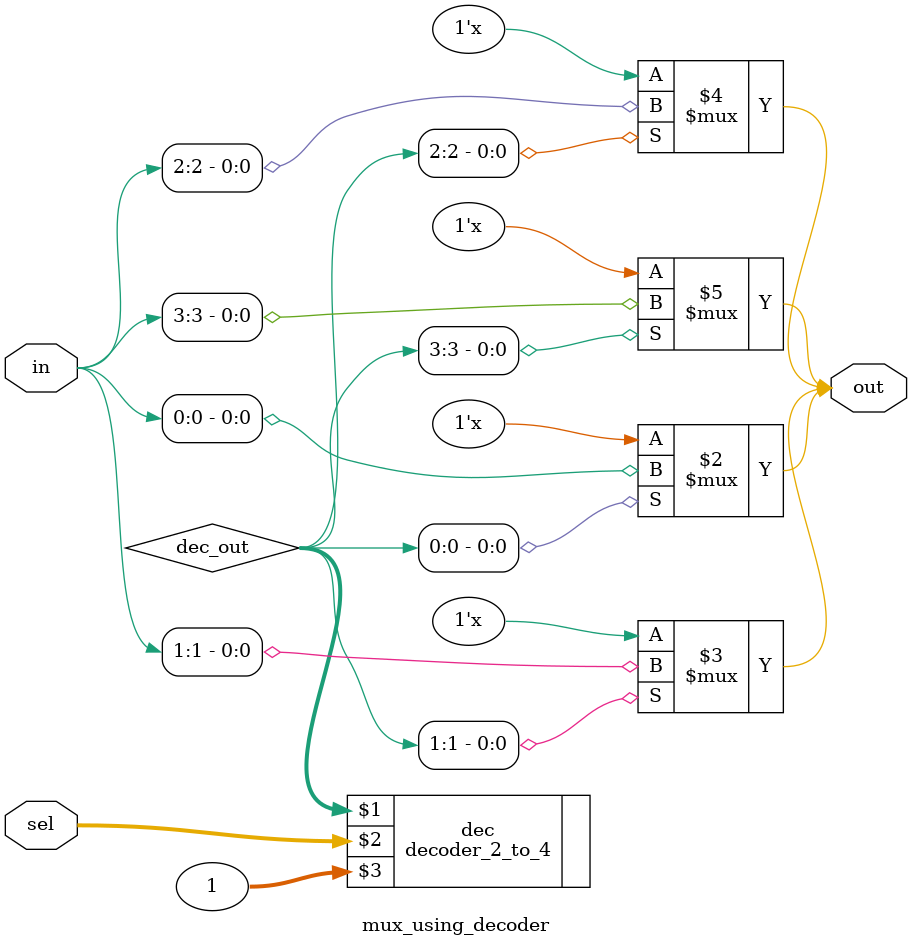
<source format=v>
module mux_using_decoder (output out, input [3:0] in, input [1:0] sel);
	
	wire [3:0] dec_out;
	
	decoder_2_to_4 dec(dec_out,sel, 1);
	
	assign out = dec_out[0]?in[0]:1'bz;
	assign out = dec_out[1]?in[1]:1'bz;
	assign out = dec_out[2]?in[2]:1'bz;
	assign out = dec_out[3]?in[3]:1'bz;
	
endmodule
</source>
